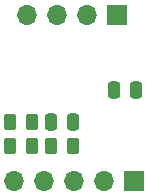
<source format=gbr>
%TF.GenerationSoftware,KiCad,Pcbnew,8.0.6*%
%TF.CreationDate,2025-02-01T11:22:55-03:00*%
%TF.ProjectId,breadboard-voltmeter-r00,62726561-6462-46f6-9172-642d766f6c74,rev?*%
%TF.SameCoordinates,Original*%
%TF.FileFunction,Soldermask,Bot*%
%TF.FilePolarity,Negative*%
%FSLAX46Y46*%
G04 Gerber Fmt 4.6, Leading zero omitted, Abs format (unit mm)*
G04 Created by KiCad (PCBNEW 8.0.6) date 2025-02-01 11:22:55*
%MOMM*%
%LPD*%
G01*
G04 APERTURE LIST*
G04 Aperture macros list*
%AMRoundRect*
0 Rectangle with rounded corners*
0 $1 Rounding radius*
0 $2 $3 $4 $5 $6 $7 $8 $9 X,Y pos of 4 corners*
0 Add a 4 corners polygon primitive as box body*
4,1,4,$2,$3,$4,$5,$6,$7,$8,$9,$2,$3,0*
0 Add four circle primitives for the rounded corners*
1,1,$1+$1,$2,$3*
1,1,$1+$1,$4,$5*
1,1,$1+$1,$6,$7*
1,1,$1+$1,$8,$9*
0 Add four rect primitives between the rounded corners*
20,1,$1+$1,$2,$3,$4,$5,0*
20,1,$1+$1,$4,$5,$6,$7,0*
20,1,$1+$1,$6,$7,$8,$9,0*
20,1,$1+$1,$8,$9,$2,$3,0*%
G04 Aperture macros list end*
%ADD10R,1.700000X1.700000*%
%ADD11O,1.700000X1.700000*%
%ADD12RoundRect,0.250000X0.250000X0.475000X-0.250000X0.475000X-0.250000X-0.475000X0.250000X-0.475000X0*%
%ADD13RoundRect,0.250000X-0.262500X-0.450000X0.262500X-0.450000X0.262500X0.450000X-0.262500X0.450000X0*%
G04 APERTURE END LIST*
D10*
%TO.C,J2*%
X132960000Y-61100000D03*
D11*
X130420000Y-61100000D03*
X127880000Y-61100000D03*
X125340000Y-61100000D03*
X122800000Y-61100000D03*
%TD*%
D10*
%TO.C,J1*%
X131600000Y-47000000D03*
D11*
X129060000Y-47000000D03*
X126520000Y-47000000D03*
X123980000Y-47000000D03*
%TD*%
D12*
%TO.C,C1*%
X133170000Y-53400000D03*
X131270000Y-53400000D03*
%TD*%
D13*
%TO.C,R3*%
X125995000Y-58100000D03*
X127820000Y-58100000D03*
%TD*%
D12*
%TO.C,C2*%
X127857500Y-56100000D03*
X125957500Y-56100000D03*
%TD*%
D13*
%TO.C,R2*%
X122495000Y-56100000D03*
X124320000Y-56100000D03*
%TD*%
%TO.C,R1*%
X122495000Y-58100000D03*
X124320000Y-58100000D03*
%TD*%
M02*

</source>
